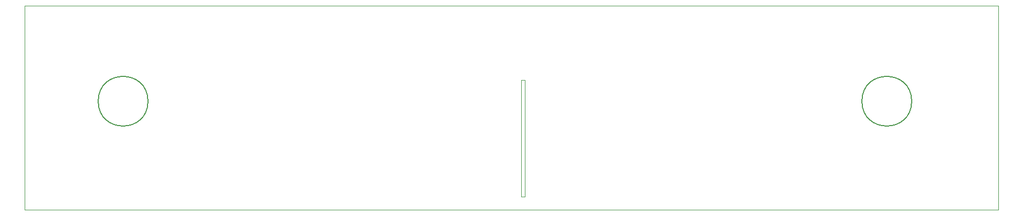
<source format=gbr>
%TF.GenerationSoftware,KiCad,Pcbnew,7.0.5-7.0.5~ubuntu20.04.1*%
%TF.CreationDate,2023-07-13T22:08:42+02:00*%
%TF.ProjectId,ModuleV450,4d6f6475-6c65-4563-9435-302e6b696361,rev?*%
%TF.SameCoordinates,Original*%
%TF.FileFunction,Profile,NP*%
%FSLAX46Y46*%
G04 Gerber Fmt 4.6, Leading zero omitted, Abs format (unit mm)*
G04 Created by KiCad (PCBNEW 7.0.5-7.0.5~ubuntu20.04.1) date 2023-07-13 22:08:42*
%MOMM*%
%LPD*%
G01*
G04 APERTURE LIST*
%TA.AperFunction,Profile*%
%ADD10C,0.100000*%
%TD*%
%TA.AperFunction,Profile*%
%ADD11C,0.150000*%
%TD*%
G04 APERTURE END LIST*
D10*
X40025000Y200000D02*
X40025000Y-12900000D01*
X40025000Y6000000D02*
X40025000Y200000D01*
X39425000Y5980000D02*
X40025000Y6000000D01*
D11*
X-20748907Y2540000D02*
G75*
G03*
X-20748907Y2540000I-4016093J0D01*
G01*
D10*
X39425000Y-12900000D02*
X39425000Y5980000D01*
D11*
X102441093Y2540000D02*
G75*
G03*
X102441093Y2540000I-4016093J0D01*
G01*
D10*
X-40640000Y18020000D02*
X116395000Y18020000D01*
X116395000Y-15000000D01*
X-40640000Y-15000000D01*
X-40640000Y18020000D01*
X40025000Y-12900000D02*
X39425000Y-12900000D01*
M02*

</source>
